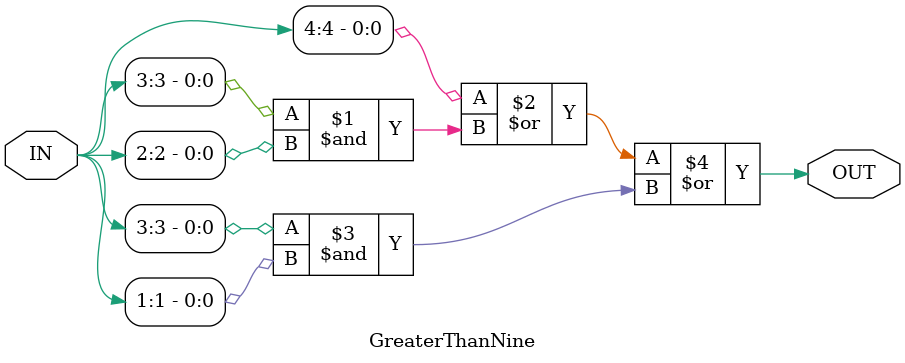
<source format=v>
module GreaterThanNine(IN, OUT);
input [4:0] IN;
output OUT;

assign #10 OUT = IN[4]
		| IN[3] & IN[2]
		| IN[3] & IN[1];

endmodule
</source>
